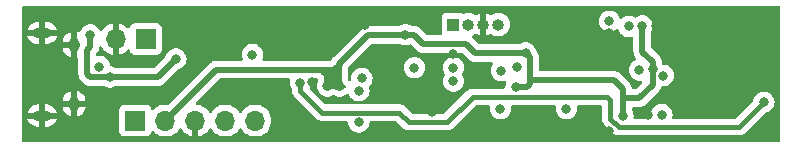
<source format=gbr>
%TF.GenerationSoftware,KiCad,Pcbnew,7.0.9*%
%TF.CreationDate,2023-12-22T19:30:16+01:00*%
%TF.ProjectId,Prj_4_Feranec_Controller,50726a5f-345f-4466-9572-616e65635f43,rev?*%
%TF.SameCoordinates,Original*%
%TF.FileFunction,Copper,L3,Inr*%
%TF.FilePolarity,Positive*%
%FSLAX46Y46*%
G04 Gerber Fmt 4.6, Leading zero omitted, Abs format (unit mm)*
G04 Created by KiCad (PCBNEW 7.0.9) date 2023-12-22 19:30:16*
%MOMM*%
%LPD*%
G01*
G04 APERTURE LIST*
%TA.AperFunction,ComponentPad*%
%ADD10O,1.550000X0.890000*%
%TD*%
%TA.AperFunction,ComponentPad*%
%ADD11O,0.950000X1.250000*%
%TD*%
%TA.AperFunction,ComponentPad*%
%ADD12R,1.000000X1.000000*%
%TD*%
%TA.AperFunction,ComponentPad*%
%ADD13O,1.000000X1.000000*%
%TD*%
%TA.AperFunction,ComponentPad*%
%ADD14R,1.700000X1.700000*%
%TD*%
%TA.AperFunction,ComponentPad*%
%ADD15O,1.700000X1.700000*%
%TD*%
%TA.AperFunction,ViaPad*%
%ADD16C,0.800000*%
%TD*%
%TA.AperFunction,Conductor*%
%ADD17C,0.500000*%
%TD*%
%TA.AperFunction,Conductor*%
%ADD18C,0.400000*%
%TD*%
%TA.AperFunction,Conductor*%
%ADD19C,0.250000*%
%TD*%
G04 APERTURE END LIST*
D10*
%TO.N,GND*%
%TO.C,USB1*%
X136000000Y-59000000D03*
D11*
X138700000Y-60000000D03*
X138700000Y-65000000D03*
D10*
X136000000Y-66000000D03*
%TD*%
D12*
%TO.N,/I2C1_SDA*%
%TO.C,H3*%
X170817000Y-58293000D03*
D13*
%TO.N,/I2C1_SCL*%
X172087000Y-58293000D03*
%TO.N,GND*%
X173357000Y-58293000D03*
%TO.N,/BUTTON*%
X174627000Y-58293000D03*
%TD*%
D14*
%TO.N,Net-(H2-Pin_1)*%
%TO.C,H2*%
X143891000Y-66421000D03*
D15*
%TO.N,+3.3V*%
X146431000Y-66421000D03*
%TO.N,GND*%
X148971000Y-66421000D03*
%TO.N,/ICSPDAT*%
X151511000Y-66421000D03*
%TO.N,/ICSPCLK*%
X154051000Y-66421000D03*
%TD*%
D14*
%TO.N,/+VBAT*%
%TO.C,H1*%
X144770000Y-59500000D03*
D15*
%TO.N,GND*%
X142230000Y-59500000D03*
%TD*%
D16*
%TO.N,GND*%
X168986200Y-65735200D03*
%TO.N,/I2C1_SCL*%
X176174400Y-61925200D03*
%TO.N,/I2C1_SDA*%
X174802800Y-65428000D03*
%TO.N,/+VIN*%
X197104000Y-64867000D03*
X157863731Y-63242840D03*
%TO.N,/I2C1_SDA*%
X180390800Y-65430400D03*
%TO.N,+3.3V*%
X187701785Y-62084501D03*
%TO.N,/LED_G*%
X188468000Y-65913000D03*
%TO.N,/LED_R*%
X184024423Y-58009671D03*
%TO.N,+3.3V*%
X185166000Y-66040000D03*
%TO.N,GND*%
X148209000Y-62230000D03*
%TO.N,/+5V_USB*%
X141732000Y-62738000D03*
%TO.N,Net-(USB1-D-)*%
X140843000Y-61849000D03*
X153797000Y-60833000D03*
%TO.N,/+5V_USB*%
X140081000Y-59182000D03*
%TO.N,/LED_R*%
X162814000Y-63881000D03*
%TO.N,/LED_G*%
X162814000Y-66548000D03*
%TO.N,/LED_B*%
X163068684Y-62859687D03*
X188595000Y-62611000D03*
%TO.N,GND*%
X187960000Y-58450000D03*
X187325000Y-65913000D03*
%TO.N,/INT*%
X186563000Y-62133000D03*
%TO.N,+3.3V*%
X186817000Y-58420000D03*
%TO.N,/I2C1_SCL*%
X185674000Y-58450000D03*
%TO.N,GND*%
X183976000Y-59008000D03*
%TO.N,+3.3V*%
X176123600Y-63614900D03*
X176936400Y-60706000D03*
%TO.N,GND*%
X184023000Y-67300500D03*
%TO.N,+3.3V*%
X166751000Y-59152000D03*
%TO.N,/INT*%
X174879000Y-62200000D03*
%TO.N,/ICSPCLK*%
X170815000Y-63089000D03*
%TO.N,/ICSPDAT*%
X170815000Y-61946000D03*
%TO.N,GND*%
X170815000Y-60803000D03*
%TO.N,Net-(H2-Pin_1)*%
X167513000Y-61946000D03*
%TO.N,GND*%
X163322000Y-58293000D03*
%TO.N,+3.3V*%
X161163000Y-63500000D03*
X160147000Y-63500000D03*
%TO.N,/+5V_USB*%
X147320000Y-61214000D03*
%TO.N,GND*%
X156845000Y-67183000D03*
X156845000Y-64516000D03*
X158877000Y-63119000D03*
X154813000Y-64516000D03*
X155194000Y-60833000D03*
%TD*%
D17*
%TO.N,+3.3V*%
X161112200Y-62230000D02*
X161163000Y-62179200D01*
X160147000Y-62230000D02*
X161112200Y-62230000D01*
X161163000Y-62179200D02*
X161163000Y-63246000D01*
X161163000Y-61595000D02*
X161163000Y-62179200D01*
X160147000Y-62230000D02*
X160147000Y-63500000D01*
D18*
%TO.N,/+VIN*%
X195001871Y-66969129D02*
X197104000Y-64867000D01*
X184823000Y-66969129D02*
X195001871Y-66969129D01*
X184109871Y-66256000D02*
X184823000Y-66969129D01*
X184109871Y-64668400D02*
X184109871Y-66256000D01*
X183855871Y-64414400D02*
X184109871Y-64668400D01*
X166255800Y-65748000D02*
X167055800Y-66548000D01*
X159728000Y-65748000D02*
X166255800Y-65748000D01*
X167055800Y-66548000D02*
X170307000Y-66548000D01*
X157861000Y-63881000D02*
X159728000Y-65748000D01*
X157863731Y-63242840D02*
X157861000Y-63245571D01*
X157861000Y-63245571D02*
X157861000Y-63881000D01*
X170307000Y-66548000D02*
X172440600Y-64414400D01*
X172440600Y-64414400D02*
X183855871Y-64414400D01*
D17*
%TO.N,+3.3V*%
X177292000Y-61061600D02*
X177292000Y-62005082D01*
X176936400Y-60706000D02*
X177292000Y-61061600D01*
X171916200Y-59953000D02*
X168284000Y-59953000D01*
X168284000Y-59953000D02*
X167483000Y-59152000D01*
X176936400Y-60706000D02*
X172669200Y-60706000D01*
X167483000Y-59152000D02*
X166751000Y-59152000D01*
X172669200Y-60706000D02*
X171916200Y-59953000D01*
X177292000Y-62992000D02*
X177292000Y-62005082D01*
X185166000Y-63754000D02*
X184404000Y-62992000D01*
X185166000Y-64516000D02*
X185166000Y-63754000D01*
X184404000Y-62992000D02*
X177292000Y-62992000D01*
X177292000Y-63347600D02*
X177292000Y-62005082D01*
X177024700Y-63614900D02*
X177292000Y-63347600D01*
X176123600Y-63614900D02*
X177024700Y-63614900D01*
X160020000Y-62103000D02*
X160147000Y-62230000D01*
X150749000Y-62103000D02*
X160020000Y-62103000D01*
X146431000Y-66421000D02*
X150749000Y-62103000D01*
X187706000Y-61468000D02*
X186817000Y-60579000D01*
X186817000Y-60579000D02*
X186817000Y-58420000D01*
X187706000Y-62080286D02*
X187706000Y-61468000D01*
X187701785Y-63377215D02*
X187701785Y-62084501D01*
X186563000Y-64516000D02*
X187701785Y-63377215D01*
X185166000Y-64516000D02*
X185166000Y-66040000D01*
X185166000Y-64516000D02*
X186563000Y-64516000D01*
%TO.N,/+5V_USB*%
X140081000Y-62738000D02*
X141732000Y-62738000D01*
X139827000Y-60422459D02*
X139827000Y-62484000D01*
X140081000Y-60168459D02*
X139827000Y-60422459D01*
X140081000Y-59182000D02*
X140081000Y-60168459D01*
X139827000Y-62484000D02*
X140081000Y-62738000D01*
D19*
%TO.N,+3.3V*%
X187701785Y-62084501D02*
X187706000Y-62080286D01*
D17*
X163606000Y-59152000D02*
X161163000Y-61595000D01*
X166751000Y-59152000D02*
X163606000Y-59152000D01*
D19*
X161163000Y-63246000D02*
X161163000Y-63500000D01*
D17*
%TO.N,/+5V_USB*%
X145796000Y-62738000D02*
X147320000Y-61214000D01*
X141732000Y-62738000D02*
X145796000Y-62738000D01*
%TD*%
%TA.AperFunction,Conductor*%
%TO.N,+3.3V*%
G36*
X161450021Y-61487685D02*
G01*
X161495776Y-61540489D01*
X161505720Y-61609647D01*
X161495776Y-61643511D01*
X161448165Y-61747763D01*
X161448159Y-61747779D01*
X161431777Y-61803576D01*
X161428484Y-61814786D01*
X161428476Y-61814809D01*
X161409615Y-61945998D01*
X161408000Y-61957229D01*
X161408000Y-62175637D01*
X161409409Y-62224105D01*
X161409355Y-62229061D01*
X161408000Y-62255670D01*
X161408000Y-62965684D01*
X161425224Y-63096509D01*
X161441838Y-63158512D01*
X161492333Y-63280417D01*
X161492337Y-63280426D01*
X161507229Y-63306220D01*
X161507231Y-63306223D01*
X161530882Y-63338452D01*
X161572577Y-63395270D01*
X161572580Y-63395273D01*
X161609000Y-63434957D01*
X161609003Y-63434960D01*
X161654217Y-63474517D01*
X161691711Y-63533474D01*
X161691378Y-63603343D01*
X161653324Y-63661941D01*
X161621939Y-63681590D01*
X161561354Y-63707885D01*
X161561348Y-63707888D01*
X161509781Y-63739666D01*
X161502340Y-63741698D01*
X161481114Y-63757120D01*
X161477200Y-63759743D01*
X161476411Y-63760228D01*
X161473636Y-63762552D01*
X161372127Y-63836304D01*
X161349675Y-63849267D01*
X161297640Y-63872434D01*
X161272990Y-63880444D01*
X161240942Y-63887256D01*
X161217262Y-63892290D01*
X161191482Y-63895000D01*
X161134518Y-63895000D01*
X161108736Y-63892290D01*
X161089987Y-63888304D01*
X161053012Y-63880445D01*
X161028358Y-63872434D01*
X160895656Y-63813349D01*
X160895657Y-63813350D01*
X160892541Y-63812205D01*
X160864025Y-63801723D01*
X160864017Y-63801720D01*
X160837722Y-63793999D01*
X160816234Y-63787690D01*
X160750504Y-63773063D01*
X160750500Y-63773062D01*
X160609414Y-63771722D01*
X160606630Y-63771696D01*
X160606629Y-63771696D01*
X160606628Y-63771696D01*
X160585179Y-63774572D01*
X160537380Y-63780982D01*
X160521547Y-63785468D01*
X160398958Y-63820201D01*
X160398954Y-63820202D01*
X160398953Y-63820203D01*
X160281637Y-63872436D01*
X160256988Y-63880445D01*
X160220012Y-63888304D01*
X160201263Y-63892290D01*
X160175482Y-63895000D01*
X160118516Y-63895000D01*
X160092736Y-63892290D01*
X160070984Y-63887666D01*
X160037010Y-63880445D01*
X160012356Y-63872434D01*
X159960325Y-63849268D01*
X159937878Y-63836308D01*
X159891777Y-63802815D01*
X159872514Y-63785472D01*
X159834397Y-63743139D01*
X159819162Y-63722169D01*
X159790676Y-63672829D01*
X159780136Y-63649155D01*
X159762530Y-63594972D01*
X159757141Y-63569617D01*
X159755438Y-63553418D01*
X159751186Y-63512956D01*
X159751186Y-63487036D01*
X159751505Y-63484000D01*
X159757141Y-63430372D01*
X159762528Y-63405031D01*
X159780136Y-63350838D01*
X159790673Y-63327172D01*
X159810836Y-63292251D01*
X159850758Y-63204836D01*
X159866109Y-63160483D01*
X159888767Y-63067083D01*
X159888766Y-62923203D01*
X159878822Y-62854045D01*
X159838287Y-62715996D01*
X159760499Y-62594957D01*
X159734477Y-62564926D01*
X159714750Y-62542159D01*
X159714746Y-62542156D01*
X159714744Y-62542153D01*
X159606010Y-62447933D01*
X159606007Y-62447931D01*
X159606004Y-62447929D01*
X159584486Y-62438102D01*
X159531683Y-62392346D01*
X159512000Y-62325309D01*
X159512000Y-61982000D01*
X159531685Y-61914961D01*
X159584489Y-61869206D01*
X159636000Y-61858000D01*
X160016436Y-61858000D01*
X160016439Y-61858000D01*
X160028789Y-61857640D01*
X160061004Y-61860931D01*
X160073014Y-61863778D01*
X160106257Y-61870641D01*
X160124876Y-61874485D01*
X160143280Y-61879796D01*
X160158718Y-61885578D01*
X160209781Y-61898683D01*
X160316734Y-61914205D01*
X160459810Y-61899013D01*
X160517277Y-61884426D01*
X160527537Y-61881822D01*
X160558107Y-61869206D01*
X160660538Y-61826934D01*
X160772687Y-61736800D01*
X160820364Y-61685725D01*
X160883770Y-61594659D01*
X160902566Y-61567663D01*
X160902568Y-61567659D01*
X160902574Y-61567651D01*
X160918295Y-61536348D01*
X160965973Y-61485274D01*
X161029105Y-61468000D01*
X161382982Y-61468000D01*
X161450021Y-61487685D01*
G37*
%TD.AperFunction*%
%TD*%
%TA.AperFunction,Conductor*%
%TO.N,GND*%
G36*
X166278702Y-59922185D02*
G01*
X166284548Y-59926182D01*
X166298265Y-59936148D01*
X166298270Y-59936151D01*
X166471192Y-60013142D01*
X166471197Y-60013144D01*
X166656354Y-60052500D01*
X166656355Y-60052500D01*
X166845644Y-60052500D01*
X166845646Y-60052500D01*
X167030803Y-60013144D01*
X167127296Y-59970181D01*
X167196544Y-59960896D01*
X167259821Y-59990524D01*
X167265412Y-59995780D01*
X167708270Y-60438638D01*
X167720051Y-60452270D01*
X167734388Y-60471528D01*
X167774409Y-60505111D01*
X167778397Y-60508766D01*
X167784216Y-60514585D01*
X167784220Y-60514588D01*
X167784223Y-60514591D01*
X167809959Y-60534940D01*
X167868786Y-60584302D01*
X167868787Y-60584302D01*
X167868789Y-60584304D01*
X167874818Y-60588270D01*
X167874785Y-60588319D01*
X167881147Y-60592372D01*
X167881179Y-60592321D01*
X167887319Y-60596108D01*
X167887323Y-60596111D01*
X167915101Y-60609064D01*
X167956941Y-60628575D01*
X168016175Y-60658323D01*
X168025567Y-60663040D01*
X168025569Y-60663040D01*
X168032357Y-60665511D01*
X168032336Y-60665567D01*
X168039457Y-60668043D01*
X168039476Y-60667986D01*
X168046322Y-60670254D01*
X168046327Y-60670257D01*
X168046332Y-60670258D01*
X168046335Y-60670259D01*
X168121565Y-60685792D01*
X168196279Y-60703500D01*
X168196282Y-60703500D01*
X168196286Y-60703501D01*
X168203453Y-60704339D01*
X168203446Y-60704398D01*
X168210944Y-60705164D01*
X168210950Y-60705105D01*
X168218139Y-60705734D01*
X168218143Y-60705733D01*
X168218144Y-60705734D01*
X168294917Y-60703500D01*
X171553970Y-60703500D01*
X171621009Y-60723185D01*
X171641651Y-60739819D01*
X172093470Y-61191638D01*
X172105251Y-61205270D01*
X172119588Y-61224528D01*
X172159609Y-61258111D01*
X172163597Y-61261766D01*
X172169416Y-61267585D01*
X172169420Y-61267588D01*
X172169423Y-61267591D01*
X172195159Y-61287940D01*
X172253986Y-61337302D01*
X172253987Y-61337302D01*
X172253989Y-61337304D01*
X172260018Y-61341270D01*
X172259985Y-61341319D01*
X172266347Y-61345372D01*
X172266379Y-61345321D01*
X172272519Y-61349108D01*
X172272523Y-61349111D01*
X172302310Y-61363001D01*
X172342141Y-61381575D01*
X172383321Y-61402256D01*
X172410767Y-61416040D01*
X172410769Y-61416040D01*
X172417557Y-61418511D01*
X172417536Y-61418567D01*
X172424657Y-61421043D01*
X172424676Y-61420986D01*
X172431522Y-61423254D01*
X172431527Y-61423257D01*
X172431532Y-61423258D01*
X172431535Y-61423259D01*
X172489538Y-61435235D01*
X172506765Y-61438792D01*
X172581479Y-61456500D01*
X172581482Y-61456500D01*
X172581486Y-61456501D01*
X172588653Y-61457339D01*
X172588646Y-61457398D01*
X172596144Y-61458164D01*
X172596150Y-61458105D01*
X172603339Y-61458734D01*
X172603343Y-61458733D01*
X172603344Y-61458734D01*
X172680117Y-61456500D01*
X174058200Y-61456500D01*
X174125239Y-61476185D01*
X174170994Y-61528989D01*
X174180938Y-61598147D01*
X174151913Y-61661703D01*
X174150348Y-61663474D01*
X174146466Y-61667785D01*
X174051821Y-61831715D01*
X174051818Y-61831722D01*
X173997615Y-61998543D01*
X173993326Y-62011744D01*
X173973540Y-62200000D01*
X173993326Y-62388256D01*
X173993327Y-62388259D01*
X174051818Y-62568277D01*
X174051821Y-62568284D01*
X174146467Y-62732216D01*
X174228315Y-62823117D01*
X174273129Y-62872888D01*
X174426265Y-62984148D01*
X174426270Y-62984151D01*
X174599192Y-63061142D01*
X174599197Y-63061144D01*
X174784354Y-63100500D01*
X174784355Y-63100500D01*
X174973644Y-63100500D01*
X174973646Y-63100500D01*
X175150782Y-63062849D01*
X175165160Y-63059793D01*
X175165809Y-63062849D01*
X175221937Y-63060924D01*
X175281976Y-63096659D01*
X175313164Y-63159182D01*
X175305599Y-63228641D01*
X175298498Y-63243018D01*
X175296422Y-63246614D01*
X175296418Y-63246622D01*
X175237927Y-63426640D01*
X175237926Y-63426644D01*
X175219405Y-63602863D01*
X175192822Y-63667476D01*
X175135524Y-63707461D01*
X175096085Y-63713900D01*
X172463648Y-63713900D01*
X172459903Y-63713787D01*
X172397996Y-63710042D01*
X172397990Y-63710042D01*
X172336986Y-63721221D01*
X172333285Y-63721784D01*
X172271728Y-63729259D01*
X172271727Y-63729260D01*
X172262253Y-63732853D01*
X172240642Y-63738877D01*
X172230668Y-63740705D01*
X172174113Y-63766157D01*
X172170655Y-63767589D01*
X172112677Y-63789579D01*
X172112674Y-63789580D01*
X172112670Y-63789582D01*
X172112667Y-63789583D01*
X172112661Y-63789587D01*
X172104323Y-63795342D01*
X172084788Y-63806360D01*
X172075548Y-63810519D01*
X172075539Y-63810524D01*
X172026724Y-63848768D01*
X172023709Y-63850986D01*
X171972668Y-63886218D01*
X171931542Y-63932640D01*
X171928975Y-63935366D01*
X170053162Y-65811181D01*
X169991839Y-65844666D01*
X169965481Y-65847500D01*
X167397319Y-65847500D01*
X167330280Y-65827815D01*
X167309638Y-65811181D01*
X167043172Y-65544715D01*
X166767398Y-65268941D01*
X166764864Y-65266250D01*
X166723729Y-65219817D01*
X166723728Y-65219816D01*
X166723724Y-65219812D01*
X166672696Y-65184591D01*
X166669687Y-65182377D01*
X166624656Y-65147098D01*
X166620860Y-65144124D01*
X166620855Y-65144120D01*
X166611613Y-65139961D01*
X166592066Y-65128936D01*
X166583731Y-65123183D01*
X166583732Y-65123183D01*
X166583730Y-65123182D01*
X166525741Y-65101189D01*
X166522290Y-65099759D01*
X166465730Y-65074304D01*
X166455746Y-65072474D01*
X166434143Y-65066451D01*
X166424674Y-65062860D01*
X166424670Y-65062859D01*
X166363113Y-65055384D01*
X166359412Y-65054821D01*
X166298408Y-65043642D01*
X166298403Y-65043642D01*
X166236497Y-65047387D01*
X166232752Y-65047500D01*
X160069519Y-65047500D01*
X160002480Y-65027815D01*
X159981838Y-65011181D01*
X158717552Y-63746895D01*
X158684067Y-63685572D01*
X158688948Y-63617319D01*
X158688902Y-63617305D01*
X158688962Y-63617119D01*
X158689051Y-63615880D01*
X158690581Y-63612136D01*
X158693595Y-63602861D01*
X158749405Y-63431096D01*
X158769191Y-63242840D01*
X158749405Y-63054584D01*
X158736808Y-63015817D01*
X158734814Y-62945977D01*
X158770894Y-62886144D01*
X158833595Y-62855316D01*
X158854740Y-62853500D01*
X159265674Y-62853500D01*
X159332713Y-62873185D01*
X159378468Y-62925989D01*
X159388412Y-62995147D01*
X159373061Y-63039500D01*
X159319821Y-63131714D01*
X159265275Y-63299590D01*
X159261326Y-63311744D01*
X159241540Y-63500000D01*
X159261326Y-63688256D01*
X159261327Y-63688259D01*
X159319818Y-63868277D01*
X159319821Y-63868284D01*
X159414467Y-64032216D01*
X159519800Y-64149200D01*
X159541129Y-64172888D01*
X159694265Y-64284148D01*
X159694270Y-64284151D01*
X159867192Y-64361142D01*
X159867197Y-64361144D01*
X160052354Y-64400500D01*
X160052355Y-64400500D01*
X160241644Y-64400500D01*
X160241646Y-64400500D01*
X160426803Y-64361144D01*
X160599730Y-64284151D01*
X160599734Y-64284148D01*
X160604563Y-64281998D01*
X160673813Y-64272712D01*
X160705437Y-64281998D01*
X160710265Y-64284148D01*
X160710270Y-64284151D01*
X160883197Y-64361144D01*
X161068354Y-64400500D01*
X161068355Y-64400500D01*
X161257644Y-64400500D01*
X161257646Y-64400500D01*
X161442803Y-64361144D01*
X161615730Y-64284151D01*
X161768871Y-64172888D01*
X161768875Y-64172883D01*
X161773700Y-64168540D01*
X161775011Y-64169996D01*
X161826546Y-64138238D01*
X161896403Y-64139560D01*
X161954456Y-64178439D01*
X161977155Y-64219536D01*
X161986819Y-64249280D01*
X161986821Y-64249284D01*
X162081467Y-64413216D01*
X162158451Y-64498715D01*
X162208129Y-64553888D01*
X162361265Y-64665148D01*
X162361270Y-64665151D01*
X162534192Y-64742142D01*
X162534197Y-64742144D01*
X162719354Y-64781500D01*
X162719355Y-64781500D01*
X162908644Y-64781500D01*
X162908646Y-64781500D01*
X163093803Y-64742144D01*
X163266730Y-64665151D01*
X163419871Y-64553888D01*
X163546533Y-64413216D01*
X163641179Y-64249284D01*
X163699674Y-64069256D01*
X163719460Y-63881000D01*
X163699674Y-63692744D01*
X163676892Y-63622632D01*
X163674897Y-63552794D01*
X163702672Y-63501347D01*
X163801217Y-63391903D01*
X163801218Y-63391900D01*
X163801220Y-63391899D01*
X163858982Y-63291851D01*
X163895863Y-63227971D01*
X163941018Y-63089000D01*
X169909540Y-63089000D01*
X169929326Y-63277256D01*
X169929327Y-63277259D01*
X169987818Y-63457277D01*
X169987821Y-63457284D01*
X170082467Y-63621216D01*
X170179750Y-63729259D01*
X170209129Y-63761888D01*
X170362265Y-63873148D01*
X170362270Y-63873151D01*
X170535192Y-63950142D01*
X170535197Y-63950144D01*
X170720354Y-63989500D01*
X170720355Y-63989500D01*
X170909644Y-63989500D01*
X170909646Y-63989500D01*
X171094803Y-63950144D01*
X171267730Y-63873151D01*
X171420871Y-63761888D01*
X171547533Y-63621216D01*
X171642179Y-63457284D01*
X171700674Y-63277256D01*
X171720460Y-63089000D01*
X171700674Y-62900744D01*
X171642179Y-62720716D01*
X171560647Y-62579499D01*
X171544175Y-62511600D01*
X171560648Y-62455500D01*
X171575758Y-62429328D01*
X171642179Y-62314284D01*
X171700674Y-62134256D01*
X171720460Y-61946000D01*
X171700674Y-61757744D01*
X171642179Y-61577716D01*
X171547533Y-61413784D01*
X171420871Y-61273112D01*
X171420870Y-61273111D01*
X171267734Y-61161851D01*
X171267729Y-61161848D01*
X171094807Y-61084857D01*
X171094802Y-61084855D01*
X170919789Y-61047656D01*
X170909646Y-61045500D01*
X170720354Y-61045500D01*
X170710211Y-61047656D01*
X170535197Y-61084855D01*
X170535192Y-61084857D01*
X170362270Y-61161848D01*
X170362265Y-61161851D01*
X170209129Y-61273111D01*
X170082466Y-61413785D01*
X169987821Y-61577715D01*
X169987818Y-61577722D01*
X169929327Y-61757740D01*
X169929326Y-61757744D01*
X169909540Y-61946000D01*
X169929326Y-62134256D01*
X169929327Y-62134259D01*
X169987818Y-62314277D01*
X169987820Y-62314281D01*
X169987821Y-62314284D01*
X170012327Y-62356729D01*
X170069352Y-62455501D01*
X170085824Y-62523401D01*
X170069352Y-62579499D01*
X169987820Y-62720718D01*
X169987818Y-62720722D01*
X169929327Y-62900740D01*
X169929326Y-62900744D01*
X169909540Y-63089000D01*
X163941018Y-63089000D01*
X163954358Y-63047943D01*
X163974144Y-62859687D01*
X163954358Y-62671431D01*
X163895863Y-62491403D01*
X163801217Y-62327471D01*
X163674555Y-62186799D01*
X163649070Y-62168283D01*
X163521418Y-62075538D01*
X163521413Y-62075535D01*
X163348491Y-61998544D01*
X163348486Y-61998542D01*
X163173614Y-61961373D01*
X163163330Y-61959187D01*
X162974038Y-61959187D01*
X162963754Y-61961373D01*
X162788881Y-61998542D01*
X162788876Y-61998544D01*
X162615954Y-62075535D01*
X162615949Y-62075538D01*
X162462813Y-62186798D01*
X162336150Y-62327472D01*
X162241505Y-62491402D01*
X162241502Y-62491409D01*
X162187291Y-62658255D01*
X162183010Y-62671431D01*
X162163224Y-62859687D01*
X162175712Y-62978511D01*
X162163143Y-63047239D01*
X162115411Y-63098263D01*
X162047671Y-63115381D01*
X161981430Y-63093159D01*
X161945005Y-63053470D01*
X161930113Y-63027676D01*
X161913500Y-62965677D01*
X161913500Y-62268544D01*
X161915164Y-62252255D01*
X161915105Y-62252250D01*
X161915734Y-62245060D01*
X161915630Y-62241500D01*
X161913500Y-62168283D01*
X161913500Y-62135491D01*
X161913500Y-61957230D01*
X161916798Y-61946000D01*
X166607540Y-61946000D01*
X166627326Y-62134256D01*
X166627327Y-62134259D01*
X166685818Y-62314277D01*
X166685820Y-62314281D01*
X166685821Y-62314284D01*
X166780467Y-62478216D01*
X166861559Y-62568277D01*
X166907129Y-62618888D01*
X167060265Y-62730148D01*
X167060270Y-62730151D01*
X167233192Y-62807142D01*
X167233197Y-62807144D01*
X167418354Y-62846500D01*
X167418355Y-62846500D01*
X167607644Y-62846500D01*
X167607646Y-62846500D01*
X167792803Y-62807144D01*
X167965730Y-62730151D01*
X168118871Y-62618888D01*
X168245533Y-62478216D01*
X168340179Y-62314284D01*
X168398674Y-62134256D01*
X168418460Y-61946000D01*
X168398674Y-61757744D01*
X168340179Y-61577716D01*
X168245533Y-61413784D01*
X168118871Y-61273112D01*
X168118870Y-61273111D01*
X167965734Y-61161851D01*
X167965729Y-61161848D01*
X167792807Y-61084857D01*
X167792802Y-61084855D01*
X167617789Y-61047656D01*
X167607646Y-61045500D01*
X167418354Y-61045500D01*
X167408211Y-61047656D01*
X167233197Y-61084855D01*
X167233192Y-61084857D01*
X167060270Y-61161848D01*
X167060265Y-61161851D01*
X166907129Y-61273111D01*
X166780466Y-61413785D01*
X166685821Y-61577715D01*
X166685818Y-61577722D01*
X166627327Y-61757740D01*
X166627326Y-61757744D01*
X166607540Y-61946000D01*
X161916798Y-61946000D01*
X161933185Y-61890191D01*
X161949819Y-61869549D01*
X163880549Y-59938819D01*
X163941872Y-59905334D01*
X163968230Y-59902500D01*
X166211663Y-59902500D01*
X166278702Y-59922185D01*
G37*
%TD.AperFunction*%
%TA.AperFunction,Conductor*%
G36*
X198436539Y-56757185D02*
G01*
X198482294Y-56809989D01*
X198493500Y-56861500D01*
X198493500Y-68155500D01*
X198473815Y-68222539D01*
X198421011Y-68268294D01*
X198369500Y-68279500D01*
X134424500Y-68279500D01*
X134357461Y-68259815D01*
X134311706Y-68207011D01*
X134300500Y-68155500D01*
X134300500Y-67318870D01*
X142540500Y-67318870D01*
X142540501Y-67318876D01*
X142546908Y-67378483D01*
X142597202Y-67513328D01*
X142597206Y-67513335D01*
X142683452Y-67628544D01*
X142683455Y-67628547D01*
X142798664Y-67714793D01*
X142798671Y-67714797D01*
X142933517Y-67765091D01*
X142933516Y-67765091D01*
X142940444Y-67765835D01*
X142993127Y-67771500D01*
X144788872Y-67771499D01*
X144848483Y-67765091D01*
X144983331Y-67714796D01*
X145098546Y-67628546D01*
X145184796Y-67513331D01*
X145233810Y-67381916D01*
X145275681Y-67325984D01*
X145341145Y-67301566D01*
X145409418Y-67316417D01*
X145437673Y-67337569D01*
X145559599Y-67459495D01*
X145656384Y-67527265D01*
X145753165Y-67595032D01*
X145753167Y-67595033D01*
X145753170Y-67595035D01*
X145967337Y-67694903D01*
X146195592Y-67756063D01*
X146372034Y-67771500D01*
X146430999Y-67776659D01*
X146431000Y-67776659D01*
X146431001Y-67776659D01*
X146489966Y-67771500D01*
X146666408Y-67756063D01*
X146894663Y-67694903D01*
X147108830Y-67595035D01*
X147302401Y-67459495D01*
X147469495Y-67292401D01*
X147599730Y-67106405D01*
X147654307Y-67062781D01*
X147723805Y-67055587D01*
X147786160Y-67087110D01*
X147802879Y-67106405D01*
X147932890Y-67292078D01*
X148099917Y-67459105D01*
X148293421Y-67594600D01*
X148507507Y-67694429D01*
X148507516Y-67694433D01*
X148721000Y-67751634D01*
X148721000Y-66856501D01*
X148828685Y-66905680D01*
X148935237Y-66921000D01*
X149006763Y-66921000D01*
X149113315Y-66905680D01*
X149221000Y-66856501D01*
X149221000Y-67751633D01*
X149434483Y-67694433D01*
X149434492Y-67694429D01*
X149648578Y-67594600D01*
X149842082Y-67459105D01*
X150009105Y-67292082D01*
X150139119Y-67106405D01*
X150193696Y-67062781D01*
X150263195Y-67055588D01*
X150325549Y-67087110D01*
X150342269Y-67106405D01*
X150472505Y-67292401D01*
X150639599Y-67459495D01*
X150736384Y-67527265D01*
X150833165Y-67595032D01*
X150833167Y-67595033D01*
X150833170Y-67595035D01*
X151047337Y-67694903D01*
X151275592Y-67756063D01*
X151452034Y-67771500D01*
X151510999Y-67776659D01*
X151511000Y-67776659D01*
X151511001Y-67776659D01*
X151569966Y-67771500D01*
X151746408Y-67756063D01*
X151974663Y-67694903D01*
X152188830Y-67595035D01*
X152382401Y-67459495D01*
X152549495Y-67292401D01*
X152679425Y-67106842D01*
X152734002Y-67063217D01*
X152803500Y-67056023D01*
X152865855Y-67087546D01*
X152882575Y-67106842D01*
X153012500Y-67292395D01*
X153012505Y-67292401D01*
X153179599Y-67459495D01*
X153276384Y-67527265D01*
X153373165Y-67595032D01*
X153373167Y-67595033D01*
X153373170Y-67595035D01*
X153587337Y-67694903D01*
X153815592Y-67756063D01*
X153992034Y-67771500D01*
X154050999Y-67776659D01*
X154051000Y-67776659D01*
X154051001Y-67776659D01*
X154109966Y-67771500D01*
X154286408Y-67756063D01*
X154514663Y-67694903D01*
X154728830Y-67595035D01*
X154922401Y-67459495D01*
X155089495Y-67292401D01*
X155225035Y-67098830D01*
X155324903Y-66884663D01*
X155386063Y-66656408D01*
X155406659Y-66421000D01*
X155386063Y-66185592D01*
X155331429Y-65981693D01*
X155324905Y-65957344D01*
X155324904Y-65957343D01*
X155324903Y-65957337D01*
X155225035Y-65743171D01*
X155219731Y-65735595D01*
X155089494Y-65549597D01*
X154922402Y-65382506D01*
X154922395Y-65382501D01*
X154919944Y-65380785D01*
X154845518Y-65328671D01*
X154728834Y-65246967D01*
X154728830Y-65246965D01*
X154714132Y-65240111D01*
X154514663Y-65147097D01*
X154514659Y-65147096D01*
X154514655Y-65147094D01*
X154286413Y-65085938D01*
X154286403Y-65085936D01*
X154051001Y-65065341D01*
X154050999Y-65065341D01*
X153815596Y-65085936D01*
X153815586Y-65085938D01*
X153587344Y-65147094D01*
X153587335Y-65147098D01*
X153373171Y-65246964D01*
X153373169Y-65246965D01*
X153179597Y-65382505D01*
X153012505Y-65549597D01*
X152882575Y-65735158D01*
X152827998Y-65778783D01*
X152758500Y-65785977D01*
X152696145Y-65754454D01*
X152679425Y-65735158D01*
X152549494Y-65549597D01*
X152382402Y-65382506D01*
X152382395Y-65382501D01*
X152379944Y-65380785D01*
X152305518Y-65328671D01*
X152188834Y-65246967D01*
X152188830Y-65246965D01*
X152174132Y-65240111D01*
X151974663Y-65147097D01*
X151974659Y-65147096D01*
X151974655Y-65147094D01*
X151746413Y-65085938D01*
X151746403Y-65085936D01*
X151511001Y-65065341D01*
X151510999Y-65065341D01*
X151275596Y-65085936D01*
X151275586Y-65085938D01*
X151047344Y-65147094D01*
X151047335Y-65147098D01*
X150833171Y-65246964D01*
X150833169Y-65246965D01*
X150639597Y-65382505D01*
X150472508Y-65549594D01*
X150342269Y-65735595D01*
X150287692Y-65779219D01*
X150218193Y-65786412D01*
X150155839Y-65754890D01*
X150139119Y-65735594D01*
X150009113Y-65549926D01*
X150009108Y-65549920D01*
X149842082Y-65382894D01*
X149648578Y-65247399D01*
X149434492Y-65147570D01*
X149434483Y-65147566D01*
X149206326Y-65086432D01*
X149206316Y-65086430D01*
X149122362Y-65079085D01*
X149057293Y-65053632D01*
X149016315Y-64997041D01*
X149012437Y-64927279D01*
X149045486Y-64867880D01*
X151023548Y-62889819D01*
X151084871Y-62856334D01*
X151111229Y-62853500D01*
X156872722Y-62853500D01*
X156939761Y-62873185D01*
X156985516Y-62925989D01*
X156995460Y-62995147D01*
X156990653Y-63015818D01*
X156980444Y-63047239D01*
X156978057Y-63054584D01*
X156958271Y-63242840D01*
X156978057Y-63431096D01*
X156978058Y-63431099D01*
X157036549Y-63611117D01*
X157036552Y-63611124D01*
X157131197Y-63775055D01*
X157135016Y-63780311D01*
X157133172Y-63781650D01*
X157158879Y-63835214D01*
X157160500Y-63855198D01*
X157160500Y-63857951D01*
X157160387Y-63861696D01*
X157157612Y-63907577D01*
X157156642Y-63923606D01*
X157158553Y-63934034D01*
X157167821Y-63984612D01*
X157168384Y-63988313D01*
X157175859Y-64049870D01*
X157175860Y-64049874D01*
X157179451Y-64059343D01*
X157185474Y-64080946D01*
X157187304Y-64090930D01*
X157212759Y-64147490D01*
X157214189Y-64150941D01*
X157236182Y-64208930D01*
X157236183Y-64208931D01*
X157241936Y-64217266D01*
X157252961Y-64236813D01*
X157257120Y-64246055D01*
X157257124Y-64246060D01*
X157295371Y-64294878D01*
X157297591Y-64297896D01*
X157332812Y-64348924D01*
X157332816Y-64348928D01*
X157332817Y-64348929D01*
X157379250Y-64390064D01*
X157381941Y-64392598D01*
X159216399Y-66227056D01*
X159218935Y-66229750D01*
X159260071Y-66276183D01*
X159311130Y-66311427D01*
X159314112Y-66313621D01*
X159362944Y-66351878D01*
X159362947Y-66351880D01*
X159362946Y-66351880D01*
X159372177Y-66356034D01*
X159391731Y-66367062D01*
X159400066Y-66372816D01*
X159400068Y-66372816D01*
X159400070Y-66372818D01*
X159458079Y-66394817D01*
X159461476Y-66396224D01*
X159508770Y-66417509D01*
X159518064Y-66421693D01*
X159518065Y-66421693D01*
X159518069Y-66421695D01*
X159528034Y-66423521D01*
X159549656Y-66429548D01*
X159552777Y-66430731D01*
X159559128Y-66433140D01*
X159604251Y-66438618D01*
X159620674Y-66440613D01*
X159624371Y-66441175D01*
X159685394Y-66452358D01*
X159740752Y-66449009D01*
X159747303Y-66448613D01*
X159751048Y-66448500D01*
X161786432Y-66448500D01*
X161853471Y-66468185D01*
X161899226Y-66520989D01*
X161909752Y-66559535D01*
X161928326Y-66736256D01*
X161928327Y-66736259D01*
X161986818Y-66916277D01*
X161986821Y-66916284D01*
X162081467Y-67080216D01*
X162185244Y-67195472D01*
X162208129Y-67220888D01*
X162361265Y-67332148D01*
X162361270Y-67332151D01*
X162534192Y-67409142D01*
X162534197Y-67409144D01*
X162719354Y-67448500D01*
X162719355Y-67448500D01*
X162908644Y-67448500D01*
X162908646Y-67448500D01*
X163093803Y-67409144D01*
X163266730Y-67332151D01*
X163419871Y-67220888D01*
X163546533Y-67080216D01*
X163641179Y-66916284D01*
X163699674Y-66736256D01*
X163718247Y-66559536D01*
X163744832Y-66494924D01*
X163802129Y-66454939D01*
X163841568Y-66448500D01*
X165914281Y-66448500D01*
X165981320Y-66468185D01*
X166001962Y-66484819D01*
X166544199Y-67027056D01*
X166546735Y-67029750D01*
X166587871Y-67076183D01*
X166638930Y-67111427D01*
X166641912Y-67113621D01*
X166690743Y-67151877D01*
X166690747Y-67151880D01*
X166690746Y-67151880D01*
X166699977Y-67156034D01*
X166719531Y-67167062D01*
X166727866Y-67172816D01*
X166727868Y-67172816D01*
X166727870Y-67172818D01*
X166785879Y-67194817D01*
X166789276Y-67196224D01*
X166836570Y-67217509D01*
X166845864Y-67221693D01*
X166845865Y-67221693D01*
X166845869Y-67221695D01*
X166855834Y-67223521D01*
X166877456Y-67229548D01*
X166877467Y-67229552D01*
X166886928Y-67233140D01*
X166932051Y-67238618D01*
X166948474Y-67240613D01*
X166952171Y-67241175D01*
X167013194Y-67252358D01*
X167068552Y-67249009D01*
X167075103Y-67248613D01*
X167078848Y-67248500D01*
X170283952Y-67248500D01*
X170287697Y-67248613D01*
X170295042Y-67249057D01*
X170349606Y-67252358D01*
X170387314Y-67245447D01*
X170410621Y-67241177D01*
X170414325Y-67240613D01*
X170432170Y-67238446D01*
X170475872Y-67233140D01*
X170485335Y-67229550D01*
X170506961Y-67223522D01*
X170507893Y-67223351D01*
X170516932Y-67221695D01*
X170573512Y-67196229D01*
X170576942Y-67194809D01*
X170634930Y-67172818D01*
X170643266Y-67167062D01*
X170662821Y-67156034D01*
X170672057Y-67151878D01*
X170720896Y-67113613D01*
X170723876Y-67111421D01*
X170774929Y-67076183D01*
X170816065Y-67029748D01*
X170818599Y-67027056D01*
X172694438Y-65151219D01*
X172755761Y-65117734D01*
X172782119Y-65114900D01*
X173792532Y-65114900D01*
X173859571Y-65134585D01*
X173905326Y-65187389D01*
X173915852Y-65251859D01*
X173897340Y-65428000D01*
X173917126Y-65616256D01*
X173917127Y-65616259D01*
X173975618Y-65796277D01*
X173975621Y-65796284D01*
X174070267Y-65960216D01*
X174142104Y-66039999D01*
X174196929Y-66100888D01*
X174350065Y-66212148D01*
X174350070Y-66212151D01*
X174522992Y-66289142D01*
X174522997Y-66289144D01*
X174708154Y-66328500D01*
X174708155Y-66328500D01*
X174897444Y-66328500D01*
X174897446Y-66328500D01*
X175082603Y-66289144D01*
X175255530Y-66212151D01*
X175408671Y-66100888D01*
X175535333Y-65960216D01*
X175629979Y-65796284D01*
X175688474Y-65616256D01*
X175708260Y-65428000D01*
X175689747Y-65251859D01*
X175702317Y-65183132D01*
X175750049Y-65132108D01*
X175813068Y-65114900D01*
X179380784Y-65114900D01*
X179447823Y-65134585D01*
X179493578Y-65187389D01*
X179504104Y-65251859D01*
X179485340Y-65430400D01*
X179505126Y-65618656D01*
X179505127Y-65618659D01*
X179563618Y-65798677D01*
X179563621Y-65798684D01*
X179658267Y-65962616D01*
X179727944Y-66040000D01*
X179784929Y-66103288D01*
X179938065Y-66214548D01*
X179938070Y-66214551D01*
X180110992Y-66291542D01*
X180110997Y-66291544D01*
X180296154Y-66330900D01*
X180296155Y-66330900D01*
X180485444Y-66330900D01*
X180485446Y-66330900D01*
X180670603Y-66291544D01*
X180843530Y-66214551D01*
X180996671Y-66103288D01*
X181123333Y-65962616D01*
X181217979Y-65798684D01*
X181276474Y-65618656D01*
X181296260Y-65430400D01*
X181277495Y-65251860D01*
X181290065Y-65183131D01*
X181337797Y-65132108D01*
X181400816Y-65114900D01*
X183285371Y-65114900D01*
X183352410Y-65134585D01*
X183398165Y-65187389D01*
X183409371Y-65238900D01*
X183409371Y-66232951D01*
X183409258Y-66236696D01*
X183406086Y-66289142D01*
X183405513Y-66298606D01*
X183408055Y-66312479D01*
X183416692Y-66359612D01*
X183417255Y-66363313D01*
X183424730Y-66424870D01*
X183424731Y-66424874D01*
X183428322Y-66434343D01*
X183434345Y-66455946D01*
X183436175Y-66465930D01*
X183461630Y-66522490D01*
X183463060Y-66525941D01*
X183485053Y-66583930D01*
X183485054Y-66583931D01*
X183490807Y-66592266D01*
X183501832Y-66611813D01*
X183505991Y-66621055D01*
X183505995Y-66621060D01*
X183522797Y-66642506D01*
X183533692Y-66656413D01*
X183544242Y-66669878D01*
X183546462Y-66672896D01*
X183581683Y-66723924D01*
X183581687Y-66723928D01*
X183581688Y-66723929D01*
X183628121Y-66765064D01*
X183630812Y-66767598D01*
X184311399Y-67448185D01*
X184313935Y-67450879D01*
X184355071Y-67497312D01*
X184406130Y-67532556D01*
X184409112Y-67534750D01*
X184457943Y-67573006D01*
X184457947Y-67573009D01*
X184457946Y-67573009D01*
X184467177Y-67577163D01*
X184486731Y-67588191D01*
X184495066Y-67593945D01*
X184495068Y-67593945D01*
X184495070Y-67593947D01*
X184553079Y-67615946D01*
X184556476Y-67617353D01*
X184603770Y-67638638D01*
X184613064Y-67642822D01*
X184613065Y-67642822D01*
X184613069Y-67642824D01*
X184623034Y-67644650D01*
X184644656Y-67650677D01*
X184644667Y-67650681D01*
X184654128Y-67654269D01*
X184699251Y-67659747D01*
X184715674Y-67661742D01*
X184719371Y-67662304D01*
X184780394Y-67673487D01*
X184835752Y-67670138D01*
X184842303Y-67669742D01*
X184846048Y-67669629D01*
X194978823Y-67669629D01*
X194982568Y-67669742D01*
X194989913Y-67670186D01*
X195044477Y-67673487D01*
X195082185Y-67666576D01*
X195105492Y-67662306D01*
X195109196Y-67661742D01*
X195127041Y-67659575D01*
X195170743Y-67654269D01*
X195180206Y-67650679D01*
X195201832Y-67644651D01*
X195202764Y-67644480D01*
X195211803Y-67642824D01*
X195268383Y-67617358D01*
X195271813Y-67615938D01*
X195329801Y-67593947D01*
X195338137Y-67588191D01*
X195357692Y-67577163D01*
X195366928Y-67573007D01*
X195415767Y-67534742D01*
X195418747Y-67532550D01*
X195469800Y-67497312D01*
X195510936Y-67450877D01*
X195513470Y-67448185D01*
X197166975Y-65794681D01*
X197228296Y-65761198D01*
X197228362Y-65761183D01*
X197383803Y-65728144D01*
X197383807Y-65728142D01*
X197383808Y-65728142D01*
X197442058Y-65702206D01*
X197556730Y-65651151D01*
X197709871Y-65539888D01*
X197836533Y-65399216D01*
X197931179Y-65235284D01*
X197989674Y-65055256D01*
X198009460Y-64867000D01*
X197989674Y-64678744D01*
X197931179Y-64498716D01*
X197836533Y-64334784D01*
X197709871Y-64194112D01*
X197680659Y-64172888D01*
X197556734Y-64082851D01*
X197556729Y-64082848D01*
X197383807Y-64005857D01*
X197383802Y-64005855D01*
X197215705Y-63970126D01*
X197198646Y-63966500D01*
X197009354Y-63966500D01*
X196992295Y-63970126D01*
X196824197Y-64005855D01*
X196824192Y-64005857D01*
X196651270Y-64082848D01*
X196651265Y-64082851D01*
X196498129Y-64194111D01*
X196371466Y-64334785D01*
X196276821Y-64498715D01*
X196276818Y-64498722D01*
X196218327Y-64678739D01*
X196218325Y-64678750D01*
X196213134Y-64728129D01*
X196186549Y-64792743D01*
X196177495Y-64802846D01*
X194748033Y-66232310D01*
X194686710Y-66265795D01*
X194660352Y-66268629D01*
X189469963Y-66268629D01*
X189402924Y-66248944D01*
X189357169Y-66196140D01*
X189347225Y-66126982D01*
X189352031Y-66106315D01*
X189353672Y-66101262D01*
X189353672Y-66101261D01*
X189353674Y-66101256D01*
X189373460Y-65913000D01*
X189353674Y-65724744D01*
X189295179Y-65544716D01*
X189200533Y-65380784D01*
X189073871Y-65240112D01*
X189073870Y-65240111D01*
X188920734Y-65128851D01*
X188920729Y-65128848D01*
X188747807Y-65051857D01*
X188747802Y-65051855D01*
X188602001Y-65020865D01*
X188562646Y-65012500D01*
X188373354Y-65012500D01*
X188340897Y-65019398D01*
X188188197Y-65051855D01*
X188188192Y-65051857D01*
X188015270Y-65128848D01*
X188015265Y-65128851D01*
X187862129Y-65240111D01*
X187735466Y-65380785D01*
X187640821Y-65544715D01*
X187640818Y-65544722D01*
X187582327Y-65724740D01*
X187582326Y-65724744D01*
X187562540Y-65913000D01*
X187582287Y-66100888D01*
X187582327Y-66101261D01*
X187582327Y-66101262D01*
X187583969Y-66106315D01*
X187585962Y-66176157D01*
X187549879Y-66235988D01*
X187487177Y-66266814D01*
X187466037Y-66268629D01*
X186185146Y-66268629D01*
X186118107Y-66248944D01*
X186072352Y-66196140D01*
X186061825Y-66131669D01*
X186071460Y-66040000D01*
X186051674Y-65851744D01*
X185993179Y-65671716D01*
X185993178Y-65671714D01*
X185933113Y-65567677D01*
X185916500Y-65505677D01*
X185916500Y-65390500D01*
X185936185Y-65323461D01*
X185988989Y-65277706D01*
X186040500Y-65266500D01*
X186499295Y-65266500D01*
X186517265Y-65267809D01*
X186541023Y-65271289D01*
X186593068Y-65266735D01*
X186598470Y-65266500D01*
X186606704Y-65266500D01*
X186606709Y-65266500D01*
X186618327Y-65265141D01*
X186639276Y-65262693D01*
X186652028Y-65261577D01*
X186715797Y-65255999D01*
X186715805Y-65255996D01*
X186722866Y-65254539D01*
X186722878Y-65254598D01*
X186730243Y-65252965D01*
X186730229Y-65252906D01*
X186737246Y-65251241D01*
X186737255Y-65251241D01*
X186809423Y-65224974D01*
X186882334Y-65200814D01*
X186882343Y-65200807D01*
X186888882Y-65197760D01*
X186888908Y-65197816D01*
X186895690Y-65194532D01*
X186895663Y-65194478D01*
X186902106Y-65191240D01*
X186902117Y-65191237D01*
X186966283Y-65149034D01*
X187031656Y-65108712D01*
X187031662Y-65108705D01*
X187037325Y-65104229D01*
X187037362Y-65104277D01*
X187043204Y-65099518D01*
X187043164Y-65099471D01*
X187048686Y-65094836D01*
X187048696Y-65094830D01*
X187086032Y-65055256D01*
X187101386Y-65038982D01*
X187913825Y-64226542D01*
X188187427Y-63952939D01*
X188201042Y-63941173D01*
X188220315Y-63926825D01*
X188253908Y-63886789D01*
X188257542Y-63882823D01*
X188263375Y-63876992D01*
X188283712Y-63851270D01*
X188285812Y-63848768D01*
X188297185Y-63835214D01*
X188333087Y-63792429D01*
X188333089Y-63792424D01*
X188337057Y-63786394D01*
X188337108Y-63786427D01*
X188341154Y-63780075D01*
X188341102Y-63780043D01*
X188344894Y-63773894D01*
X188344896Y-63773892D01*
X188377354Y-63704284D01*
X188411825Y-63635648D01*
X188411828Y-63635632D01*
X188414295Y-63628859D01*
X188414353Y-63628880D01*
X188416828Y-63621761D01*
X188416770Y-63621742D01*
X188419039Y-63614893D01*
X188419039Y-63614891D01*
X188419041Y-63614888D01*
X188419962Y-63610426D01*
X188452796Y-63548753D01*
X188513761Y-63514620D01*
X188541401Y-63511500D01*
X188689644Y-63511500D01*
X188689646Y-63511500D01*
X188874803Y-63472144D01*
X189047730Y-63395151D01*
X189200871Y-63283888D01*
X189327533Y-63143216D01*
X189422179Y-62979284D01*
X189480674Y-62799256D01*
X189500460Y-62611000D01*
X189480674Y-62422744D01*
X189422179Y-62242716D01*
X189327533Y-62078784D01*
X189200871Y-61938112D01*
X189156491Y-61905868D01*
X189047734Y-61826851D01*
X189047729Y-61826848D01*
X188874807Y-61749857D01*
X188874802Y-61749855D01*
X188729001Y-61718865D01*
X188689646Y-61710500D01*
X188689645Y-61710500D01*
X188597255Y-61710500D01*
X188530216Y-61690815D01*
X188489867Y-61648499D01*
X188473112Y-61619478D01*
X188456500Y-61557479D01*
X188456500Y-61531705D01*
X188457809Y-61513735D01*
X188458314Y-61510285D01*
X188461289Y-61489977D01*
X188460479Y-61480722D01*
X188456736Y-61437934D01*
X188456500Y-61432528D01*
X188456500Y-61424297D01*
X188456500Y-61424291D01*
X188452693Y-61391724D01*
X188448943Y-61348851D01*
X188445999Y-61315201D01*
X188444539Y-61308129D01*
X188444597Y-61308116D01*
X188442965Y-61300757D01*
X188442906Y-61300772D01*
X188441242Y-61293753D01*
X188441241Y-61293745D01*
X188414974Y-61221576D01*
X188390814Y-61148666D01*
X188390809Y-61148659D01*
X188387760Y-61142118D01*
X188387815Y-61142091D01*
X188384533Y-61135313D01*
X188384480Y-61135340D01*
X188381235Y-61128880D01*
X188367064Y-61107335D01*
X188339028Y-61064708D01*
X188298712Y-60999345D01*
X188298711Y-60999344D01*
X188298710Y-60999342D01*
X188294234Y-60993682D01*
X188294281Y-60993644D01*
X188289519Y-60987799D01*
X188289474Y-60987838D01*
X188284834Y-60982309D01*
X188284832Y-60982307D01*
X188284830Y-60982304D01*
X188248112Y-60947662D01*
X188228965Y-60929597D01*
X187603819Y-60304451D01*
X187570334Y-60243128D01*
X187567500Y-60216770D01*
X187567500Y-58954321D01*
X187584113Y-58892321D01*
X187644179Y-58788284D01*
X187702674Y-58608256D01*
X187722460Y-58420000D01*
X187702674Y-58231744D01*
X187644179Y-58051716D01*
X187549533Y-57887784D01*
X187422871Y-57747112D01*
X187409146Y-57737140D01*
X187269734Y-57635851D01*
X187269729Y-57635848D01*
X187096807Y-57558857D01*
X187096802Y-57558855D01*
X186951001Y-57527865D01*
X186911646Y-57519500D01*
X186722354Y-57519500D01*
X186689897Y-57526398D01*
X186537197Y-57558855D01*
X186537192Y-57558857D01*
X186364270Y-57635848D01*
X186364266Y-57635850D01*
X186297738Y-57684186D01*
X186231932Y-57707665D01*
X186163878Y-57691839D01*
X186151970Y-57684186D01*
X186126733Y-57665851D01*
X186126729Y-57665848D01*
X185953807Y-57588857D01*
X185953802Y-57588855D01*
X185808001Y-57557865D01*
X185768646Y-57549500D01*
X185579354Y-57549500D01*
X185546897Y-57556398D01*
X185394197Y-57588855D01*
X185394192Y-57588857D01*
X185221270Y-57665848D01*
X185221265Y-57665851D01*
X185066708Y-57778143D01*
X185000901Y-57801623D01*
X184932848Y-57785797D01*
X184884153Y-57735691D01*
X184875892Y-57716143D01*
X184851604Y-57641392D01*
X184851601Y-57641386D01*
X184756956Y-57477455D01*
X184630294Y-57336783D01*
X184630293Y-57336782D01*
X184477157Y-57225522D01*
X184477152Y-57225519D01*
X184304230Y-57148528D01*
X184304225Y-57148526D01*
X184158424Y-57117536D01*
X184119069Y-57109171D01*
X183929777Y-57109171D01*
X183897320Y-57116069D01*
X183744620Y-57148526D01*
X183744615Y-57148528D01*
X183571693Y-57225519D01*
X183571688Y-57225522D01*
X183418552Y-57336782D01*
X183291889Y-57477456D01*
X183197244Y-57641386D01*
X183197241Y-57641393D01*
X183138750Y-57821411D01*
X183138749Y-57821415D01*
X183118963Y-58009671D01*
X183138749Y-58197927D01*
X183138750Y-58197930D01*
X183197241Y-58377948D01*
X183197244Y-58377955D01*
X183291890Y-58541887D01*
X183389040Y-58649783D01*
X183418552Y-58682559D01*
X183571688Y-58793819D01*
X183571693Y-58793822D01*
X183744615Y-58870813D01*
X183744620Y-58870815D01*
X183929777Y-58910171D01*
X183929778Y-58910171D01*
X184119067Y-58910171D01*
X184119069Y-58910171D01*
X184304226Y-58870815D01*
X184477153Y-58793822D01*
X184630294Y-58682559D01*
X184630296Y-58682556D01*
X184631713Y-58681527D01*
X184697520Y-58658047D01*
X184765574Y-58673872D01*
X184814269Y-58723978D01*
X184822530Y-58743526D01*
X184846819Y-58818280D01*
X184846821Y-58818284D01*
X184941467Y-58982216D01*
X185025054Y-59075048D01*
X185068129Y-59122888D01*
X185221265Y-59234148D01*
X185221270Y-59234151D01*
X185394192Y-59311142D01*
X185394197Y-59311144D01*
X185579354Y-59350500D01*
X185579355Y-59350500D01*
X185768644Y-59350500D01*
X185768646Y-59350500D01*
X185916720Y-59319026D01*
X185986386Y-59324342D01*
X186042120Y-59366479D01*
X186066225Y-59432059D01*
X186066500Y-59440316D01*
X186066500Y-60515294D01*
X186065191Y-60533263D01*
X186061710Y-60557025D01*
X186066264Y-60609064D01*
X186066500Y-60614470D01*
X186066500Y-60622709D01*
X186070306Y-60655274D01*
X186077000Y-60731791D01*
X186078461Y-60738867D01*
X186078403Y-60738878D01*
X186080034Y-60746237D01*
X186080092Y-60746224D01*
X186081757Y-60753250D01*
X186108025Y-60825424D01*
X186132185Y-60898331D01*
X186135236Y-60904874D01*
X186135182Y-60904898D01*
X186138470Y-60911688D01*
X186138521Y-60911663D01*
X186141761Y-60918113D01*
X186141762Y-60918114D01*
X186141763Y-60918117D01*
X186161195Y-60947662D01*
X186183965Y-60982283D01*
X186224287Y-61047655D01*
X186228766Y-61053319D01*
X186228719Y-61053356D01*
X186233482Y-61059202D01*
X186233528Y-61059164D01*
X186238169Y-61064695D01*
X186238170Y-61064696D01*
X186262317Y-61087478D01*
X186266372Y-61091303D01*
X186301626Y-61151627D01*
X186298671Y-61221434D01*
X186258444Y-61278562D01*
X186231715Y-61294777D01*
X186110267Y-61348850D01*
X186110265Y-61348851D01*
X185957129Y-61460111D01*
X185830466Y-61600785D01*
X185735821Y-61764715D01*
X185735818Y-61764722D01*
X185679481Y-61938111D01*
X185677326Y-61944744D01*
X185657540Y-62133000D01*
X185677326Y-62321256D01*
X185677327Y-62321259D01*
X185735818Y-62501277D01*
X185735821Y-62501284D01*
X185830467Y-62665216D01*
X185914678Y-62758741D01*
X185957129Y-62805888D01*
X186110265Y-62917148D01*
X186110270Y-62917151D01*
X186283192Y-62994142D01*
X186283197Y-62994144D01*
X186468354Y-63033500D01*
X186468355Y-63033500D01*
X186657640Y-63033500D01*
X186657646Y-63033500D01*
X186662790Y-63032406D01*
X186732453Y-63037718D01*
X186788189Y-63079852D01*
X186812298Y-63145430D01*
X186797126Y-63213632D01*
X186776255Y-63241376D01*
X186288451Y-63729181D01*
X186227128Y-63762666D01*
X186200770Y-63765500D01*
X186033998Y-63765500D01*
X185966959Y-63745815D01*
X185921204Y-63693011D01*
X185910470Y-63652306D01*
X185905999Y-63601201D01*
X185904539Y-63594129D01*
X185904597Y-63594116D01*
X185902965Y-63586757D01*
X185902906Y-63586772D01*
X185901242Y-63579753D01*
X185901241Y-63579745D01*
X185874974Y-63507576D01*
X185850814Y-63434666D01*
X185850809Y-63434659D01*
X185847760Y-63428118D01*
X185847815Y-63428091D01*
X185844533Y-63421313D01*
X185844480Y-63421340D01*
X185841235Y-63414880D01*
X185799028Y-63350708D01*
X185781875Y-63322898D01*
X185758712Y-63285345D01*
X185758711Y-63285344D01*
X185758710Y-63285342D01*
X185754234Y-63279682D01*
X185754281Y-63279644D01*
X185749519Y-63273799D01*
X185749474Y-63273838D01*
X185744834Y-63268309D01*
X185744832Y-63268307D01*
X185744830Y-63268304D01*
X185702080Y-63227971D01*
X185688965Y-63215597D01*
X184979729Y-62506361D01*
X184967949Y-62492730D01*
X184960482Y-62482701D01*
X184953612Y-62473472D01*
X184932194Y-62455500D01*
X184913587Y-62439886D01*
X184909612Y-62436244D01*
X184906690Y-62433322D01*
X184903780Y-62430411D01*
X184878040Y-62410059D01*
X184819209Y-62360694D01*
X184813180Y-62356729D01*
X184813212Y-62356680D01*
X184806853Y-62352628D01*
X184806822Y-62352679D01*
X184800680Y-62348891D01*
X184800678Y-62348890D01*
X184800677Y-62348889D01*
X184754747Y-62327471D01*
X184731058Y-62316424D01*
X184696894Y-62299267D01*
X184662433Y-62281960D01*
X184662431Y-62281959D01*
X184662430Y-62281959D01*
X184655645Y-62279489D01*
X184655665Y-62279433D01*
X184648549Y-62276959D01*
X184648531Y-62277015D01*
X184641671Y-62274742D01*
X184611652Y-62268544D01*
X184566434Y-62259207D01*
X184517472Y-62247603D01*
X184491719Y-62241499D01*
X184484547Y-62240661D01*
X184484553Y-62240601D01*
X184477055Y-62239835D01*
X184477050Y-62239895D01*
X184469860Y-62239265D01*
X184393083Y-62241500D01*
X178166500Y-62241500D01*
X178099461Y-62221815D01*
X178053706Y-62169011D01*
X178042500Y-62117500D01*
X178042500Y-61125305D01*
X178043809Y-61107335D01*
X178045583Y-61095222D01*
X178047289Y-61083577D01*
X178045650Y-61064849D01*
X178042736Y-61031539D01*
X178042500Y-61026132D01*
X178042500Y-61017897D01*
X178042500Y-61017891D01*
X178038691Y-60985307D01*
X178038426Y-60982283D01*
X178032813Y-60918117D01*
X178031998Y-60908802D01*
X178031996Y-60908797D01*
X178030538Y-60901733D01*
X178030597Y-60901720D01*
X178028967Y-60894364D01*
X178028908Y-60894379D01*
X178027242Y-60887353D01*
X178027241Y-60887345D01*
X178000973Y-60815173D01*
X177993890Y-60793797D01*
X177976815Y-60742266D01*
X177973763Y-60735721D01*
X177973817Y-60735695D01*
X177970533Y-60728912D01*
X177970480Y-60728940D01*
X177967238Y-60722486D01*
X177967237Y-60722483D01*
X177925038Y-60658323D01*
X177884712Y-60592944D01*
X177884711Y-60592943D01*
X177884710Y-60592941D01*
X177880234Y-60587281D01*
X177880280Y-60587243D01*
X177875519Y-60581399D01*
X177875474Y-60581438D01*
X177870831Y-60575905D01*
X177865936Y-60571287D01*
X177850818Y-60557024D01*
X177817981Y-60505148D01*
X177814855Y-60495528D01*
X177783125Y-60397872D01*
X177763581Y-60337721D01*
X177763578Y-60337715D01*
X177668933Y-60173784D01*
X177542271Y-60033112D01*
X177542270Y-60033111D01*
X177389134Y-59921851D01*
X177389129Y-59921848D01*
X177216207Y-59844857D01*
X177216202Y-59844855D01*
X177070401Y-59813865D01*
X177031046Y-59805500D01*
X176841754Y-59805500D01*
X176809297Y-59812398D01*
X176656597Y-59844855D01*
X176656592Y-59844857D01*
X176483670Y-59921848D01*
X176483665Y-59921851D01*
X176469948Y-59931818D01*
X176404142Y-59955298D01*
X176397063Y-59955500D01*
X173031429Y-59955500D01*
X172964390Y-59935815D01*
X172943748Y-59919181D01*
X172491929Y-59467361D01*
X172480149Y-59453730D01*
X172465810Y-59434470D01*
X172453793Y-59424386D01*
X172415092Y-59366218D01*
X172413982Y-59296357D01*
X172450819Y-59236986D01*
X172475046Y-59220040D01*
X172513163Y-59199666D01*
X172645538Y-59128910D01*
X172645542Y-59128906D01*
X172650607Y-59125523D01*
X172651624Y-59127045D01*
X172708021Y-59103084D01*
X172776890Y-59114866D01*
X172793424Y-59125489D01*
X172793678Y-59125110D01*
X172798738Y-59128491D01*
X172972465Y-59221349D01*
X173107000Y-59262159D01*
X173107000Y-58500672D01*
X173144871Y-58545805D01*
X173244129Y-58603112D01*
X173328564Y-58618000D01*
X173385436Y-58618000D01*
X173469871Y-58603112D01*
X173569129Y-58545805D01*
X173607000Y-58500672D01*
X173607000Y-59262159D01*
X173741534Y-59221349D01*
X173915259Y-59128492D01*
X173920320Y-59125111D01*
X173921444Y-59126793D01*
X173977203Y-59103086D01*
X174046075Y-59114851D01*
X174063186Y-59125843D01*
X174063399Y-59125526D01*
X174068457Y-59128906D01*
X174068462Y-59128910D01*
X174242273Y-59221814D01*
X174430868Y-59279024D01*
X174627000Y-59298341D01*
X174823132Y-59279024D01*
X175011727Y-59221814D01*
X175030775Y-59211633D01*
X175185532Y-59128913D01*
X175185538Y-59128910D01*
X175337883Y-59003883D01*
X175462910Y-58851538D01*
X175555814Y-58677727D01*
X175613024Y-58489132D01*
X175632341Y-58293000D01*
X175613024Y-58096868D01*
X175555814Y-57908273D01*
X175555811Y-57908269D01*
X175555811Y-57908266D01*
X175462913Y-57734467D01*
X175462909Y-57734460D01*
X175337883Y-57582116D01*
X175185539Y-57457090D01*
X175185532Y-57457086D01*
X175011733Y-57364188D01*
X175011727Y-57364186D01*
X174823132Y-57306976D01*
X174823129Y-57306975D01*
X174627000Y-57287659D01*
X174430870Y-57306975D01*
X174242266Y-57364188D01*
X174068467Y-57457086D01*
X174063399Y-57460473D01*
X174062386Y-57458958D01*
X174005936Y-57482920D01*
X173937071Y-57471115D01*
X173920574Y-57460511D01*
X173920322Y-57460890D01*
X173915253Y-57457503D01*
X173741541Y-57364652D01*
X173607000Y-57323839D01*
X173607000Y-58085327D01*
X173569129Y-58040195D01*
X173469871Y-57982888D01*
X173385436Y-57968000D01*
X173328564Y-57968000D01*
X173244129Y-57982888D01*
X173144871Y-58040195D01*
X173107000Y-58085327D01*
X173107000Y-57323839D01*
X173106999Y-57323839D01*
X172972458Y-57364652D01*
X172798742Y-57457505D01*
X172793673Y-57460893D01*
X172792556Y-57459221D01*
X172736715Y-57482921D01*
X172667851Y-57471111D01*
X172650811Y-57460158D01*
X172650601Y-57460473D01*
X172645532Y-57457086D01*
X172471733Y-57364188D01*
X172471727Y-57364186D01*
X172283132Y-57306976D01*
X172283129Y-57306975D01*
X172087000Y-57287659D01*
X171890870Y-57306975D01*
X171835278Y-57323839D01*
X171702273Y-57364186D01*
X171702272Y-57364186D01*
X171702267Y-57364188D01*
X171700143Y-57365324D01*
X171698898Y-57365583D01*
X171696641Y-57366518D01*
X171696463Y-57366089D01*
X171631740Y-57379564D01*
X171567382Y-57355231D01*
X171559331Y-57349204D01*
X171559328Y-57349202D01*
X171424482Y-57298908D01*
X171424483Y-57298908D01*
X171364883Y-57292501D01*
X171364881Y-57292500D01*
X171364873Y-57292500D01*
X171364864Y-57292500D01*
X170269129Y-57292500D01*
X170269123Y-57292501D01*
X170209516Y-57298908D01*
X170074671Y-57349202D01*
X170074664Y-57349206D01*
X169959455Y-57435452D01*
X169959452Y-57435455D01*
X169873206Y-57550664D01*
X169873202Y-57550671D01*
X169822908Y-57685517D01*
X169816501Y-57745116D01*
X169816500Y-57745135D01*
X169816500Y-58840870D01*
X169816501Y-58840876D01*
X169822908Y-58900483D01*
X169873142Y-59035167D01*
X169878126Y-59104859D01*
X169844641Y-59166182D01*
X169783317Y-59199666D01*
X169756960Y-59202500D01*
X168646230Y-59202500D01*
X168579191Y-59182815D01*
X168558549Y-59166181D01*
X168058729Y-58666361D01*
X168046949Y-58652730D01*
X168036173Y-58638256D01*
X168032612Y-58633472D01*
X168032610Y-58633470D01*
X167992587Y-58599886D01*
X167988612Y-58596244D01*
X167985690Y-58593322D01*
X167982780Y-58590411D01*
X167957040Y-58570059D01*
X167924217Y-58542517D01*
X167898214Y-58520698D01*
X167898213Y-58520697D01*
X167898209Y-58520694D01*
X167892180Y-58516729D01*
X167892212Y-58516680D01*
X167885853Y-58512628D01*
X167885822Y-58512679D01*
X167879680Y-58508891D01*
X167879678Y-58508890D01*
X167879677Y-58508889D01*
X167837309Y-58489132D01*
X167810058Y-58476424D01*
X167773385Y-58458007D01*
X167741433Y-58441960D01*
X167741431Y-58441959D01*
X167741430Y-58441959D01*
X167734645Y-58439489D01*
X167734665Y-58439433D01*
X167727549Y-58436959D01*
X167727531Y-58437015D01*
X167720671Y-58434742D01*
X167692841Y-58428996D01*
X167645434Y-58419207D01*
X167596472Y-58407603D01*
X167570719Y-58401499D01*
X167563547Y-58400661D01*
X167563553Y-58400601D01*
X167556055Y-58399835D01*
X167556050Y-58399895D01*
X167548860Y-58399265D01*
X167472083Y-58401500D01*
X167290337Y-58401500D01*
X167223298Y-58381815D01*
X167217452Y-58377818D01*
X167203734Y-58367851D01*
X167203729Y-58367848D01*
X167030807Y-58290857D01*
X167030802Y-58290855D01*
X166885001Y-58259865D01*
X166845646Y-58251500D01*
X166656354Y-58251500D01*
X166623897Y-58258398D01*
X166471197Y-58290855D01*
X166471192Y-58290857D01*
X166298270Y-58367848D01*
X166298265Y-58367851D01*
X166284548Y-58377818D01*
X166218742Y-58401298D01*
X166211663Y-58401500D01*
X163669705Y-58401500D01*
X163651735Y-58400191D01*
X163627972Y-58396710D01*
X163583512Y-58400601D01*
X163575931Y-58401264D01*
X163570530Y-58401500D01*
X163562289Y-58401500D01*
X163540579Y-58404037D01*
X163529724Y-58405306D01*
X163514419Y-58406645D01*
X163453199Y-58412001D01*
X163446132Y-58413460D01*
X163446120Y-58413404D01*
X163438763Y-58415035D01*
X163438777Y-58415092D01*
X163431743Y-58416759D01*
X163359575Y-58443025D01*
X163286675Y-58467181D01*
X163280126Y-58470236D01*
X163280101Y-58470183D01*
X163273308Y-58473471D01*
X163273334Y-58473523D01*
X163266880Y-58476764D01*
X163202708Y-58518971D01*
X163137347Y-58559285D01*
X163131683Y-58563765D01*
X163131647Y-58563719D01*
X163125798Y-58568484D01*
X163125835Y-58568528D01*
X163120310Y-58573164D01*
X163120304Y-58573169D01*
X163120304Y-58573170D01*
X163087199Y-58608259D01*
X163067597Y-58629035D01*
X160677358Y-61019272D01*
X160663729Y-61031051D01*
X160644468Y-61045390D01*
X160610898Y-61085397D01*
X160607253Y-61089376D01*
X160601409Y-61095222D01*
X160581059Y-61120959D01*
X160531695Y-61179789D01*
X160527729Y-61185819D01*
X160527682Y-61185788D01*
X160523630Y-61192147D01*
X160523679Y-61192177D01*
X160519889Y-61198321D01*
X160487424Y-61267942D01*
X160450841Y-61340786D01*
X160403164Y-61391861D01*
X160335442Y-61409051D01*
X160284379Y-61395946D01*
X160278433Y-61392960D01*
X160271645Y-61390489D01*
X160271665Y-61390433D01*
X160264549Y-61387959D01*
X160264531Y-61388015D01*
X160257671Y-61385742D01*
X160229841Y-61379996D01*
X160182434Y-61370207D01*
X160133472Y-61358603D01*
X160107719Y-61352499D01*
X160100547Y-61351661D01*
X160100553Y-61351601D01*
X160093055Y-61350835D01*
X160093050Y-61350895D01*
X160085860Y-61350265D01*
X160009083Y-61352500D01*
X154745718Y-61352500D01*
X154678679Y-61332815D01*
X154632924Y-61280011D01*
X154622980Y-61210853D01*
X154627787Y-61190182D01*
X154658021Y-61097130D01*
X154682674Y-61021256D01*
X154702460Y-60833000D01*
X154682674Y-60644744D01*
X154624179Y-60464716D01*
X154529533Y-60300784D01*
X154402871Y-60160112D01*
X154313804Y-60095401D01*
X154249734Y-60048851D01*
X154249729Y-60048848D01*
X154076807Y-59971857D01*
X154076802Y-59971855D01*
X153921375Y-59938819D01*
X153891646Y-59932500D01*
X153702354Y-59932500D01*
X153672625Y-59938819D01*
X153517197Y-59971855D01*
X153517192Y-59971857D01*
X153344270Y-60048848D01*
X153344265Y-60048851D01*
X153191129Y-60160111D01*
X153064466Y-60300785D01*
X152969821Y-60464715D01*
X152969818Y-60464722D01*
X152911327Y-60644740D01*
X152911326Y-60644744D01*
X152891540Y-60833000D01*
X152911326Y-61021256D01*
X152911327Y-61021259D01*
X152966213Y-61190182D01*
X152968208Y-61260023D01*
X152932128Y-61319856D01*
X152869427Y-61350684D01*
X152848282Y-61352500D01*
X150812705Y-61352500D01*
X150794735Y-61351191D01*
X150770972Y-61347710D01*
X150725890Y-61351655D01*
X150718933Y-61352264D01*
X150713532Y-61352500D01*
X150705287Y-61352500D01*
X150679222Y-61355546D01*
X150672705Y-61356308D01*
X150667403Y-61356771D01*
X150596201Y-61363001D01*
X150589134Y-61364461D01*
X150589122Y-61364404D01*
X150581753Y-61366038D01*
X150581767Y-61366095D01*
X150574739Y-61367760D01*
X150525335Y-61385742D01*
X150502563Y-61394030D01*
X150429666Y-61418186D01*
X150429664Y-61418186D01*
X150429661Y-61418188D01*
X150423122Y-61421237D01*
X150423097Y-61421185D01*
X150416308Y-61424471D01*
X150416334Y-61424522D01*
X150409884Y-61427761D01*
X150345716Y-61469964D01*
X150280347Y-61510285D01*
X150274677Y-61514769D01*
X150274641Y-61514723D01*
X150268798Y-61519484D01*
X150268835Y-61519528D01*
X150263310Y-61524164D01*
X150263304Y-61524169D01*
X150263304Y-61524170D01*
X150256195Y-61531705D01*
X150210614Y-61580017D01*
X146742500Y-65048130D01*
X146681177Y-65081615D01*
X146644012Y-65083977D01*
X146431002Y-65065341D01*
X146430999Y-65065341D01*
X146195596Y-65085936D01*
X146195586Y-65085938D01*
X145967344Y-65147094D01*
X145967335Y-65147098D01*
X145753171Y-65246964D01*
X145753169Y-65246965D01*
X145559600Y-65382503D01*
X145437673Y-65504430D01*
X145376350Y-65537914D01*
X145306658Y-65532930D01*
X145250725Y-65491058D01*
X145233810Y-65460081D01*
X145184797Y-65328671D01*
X145184793Y-65328664D01*
X145098547Y-65213455D01*
X145098544Y-65213452D01*
X144983335Y-65127206D01*
X144983328Y-65127202D01*
X144848482Y-65076908D01*
X144848483Y-65076908D01*
X144788883Y-65070501D01*
X144788881Y-65070500D01*
X144788873Y-65070500D01*
X144788864Y-65070500D01*
X142993129Y-65070500D01*
X142993123Y-65070501D01*
X142933516Y-65076908D01*
X142798671Y-65127202D01*
X142798664Y-65127206D01*
X142683455Y-65213452D01*
X142683452Y-65213455D01*
X142597206Y-65328664D01*
X142597202Y-65328671D01*
X142546908Y-65463517D01*
X142540501Y-65523116D01*
X142540500Y-65523135D01*
X142540500Y-67318870D01*
X134300500Y-67318870D01*
X134300500Y-66250000D01*
X134754862Y-66250000D01*
X134817198Y-66418314D01*
X134817202Y-66418323D01*
X134918859Y-66581419D01*
X134918864Y-66581424D01*
X135051274Y-66720720D01*
X135209025Y-66830518D01*
X135385642Y-66906310D01*
X135573903Y-66945000D01*
X135750000Y-66945000D01*
X135750000Y-66250000D01*
X136250000Y-66250000D01*
X136250000Y-66945000D01*
X136377921Y-66945000D01*
X136521209Y-66930429D01*
X136704579Y-66872896D01*
X136704589Y-66872891D01*
X136872633Y-66779619D01*
X136872634Y-66779619D01*
X137018460Y-66654432D01*
X137018461Y-66654431D01*
X137136102Y-66502451D01*
X137136104Y-66502447D01*
X137220745Y-66329893D01*
X137241432Y-66250000D01*
X136349624Y-66250000D01*
X136422545Y-66235495D01*
X136505240Y-66180240D01*
X136560495Y-66097545D01*
X136579898Y-66000000D01*
X136560495Y-65902455D01*
X136505240Y-65819760D01*
X136422545Y-65764505D01*
X136349624Y-65750000D01*
X137245138Y-65750000D01*
X137182801Y-65581685D01*
X137182797Y-65581676D01*
X137081140Y-65418580D01*
X137081135Y-65418575D01*
X136948725Y-65279279D01*
X136790974Y-65169481D01*
X136614357Y-65093689D01*
X136426097Y-65055000D01*
X136250000Y-65055000D01*
X136250000Y-65750000D01*
X135750000Y-65750000D01*
X135750000Y-65055000D01*
X135622079Y-65055000D01*
X135478790Y-65069570D01*
X135295420Y-65127103D01*
X135295410Y-65127108D01*
X135127366Y-65220380D01*
X135127365Y-65220380D01*
X134981539Y-65345567D01*
X134981538Y-65345568D01*
X134863897Y-65497548D01*
X134863895Y-65497552D01*
X134779254Y-65670106D01*
X134758568Y-65750000D01*
X135650376Y-65750000D01*
X135577455Y-65764505D01*
X135494760Y-65819760D01*
X135439505Y-65902455D01*
X135420102Y-66000000D01*
X135439505Y-66097545D01*
X135494760Y-66180240D01*
X135577455Y-66235495D01*
X135650376Y-66250000D01*
X134754862Y-66250000D01*
X134300500Y-66250000D01*
X134300500Y-64750000D01*
X137725175Y-64750000D01*
X138439503Y-64750000D01*
X138425000Y-64822912D01*
X138425000Y-65177088D01*
X138439503Y-65250000D01*
X137730141Y-65250000D01*
X137740032Y-65347279D01*
X137799392Y-65536471D01*
X137799399Y-65536486D01*
X137895627Y-65709856D01*
X137895630Y-65709861D01*
X138024791Y-65860315D01*
X138024792Y-65860317D01*
X138181597Y-65981693D01*
X138181601Y-65981695D01*
X138359629Y-66069022D01*
X138449999Y-66092420D01*
X138450000Y-66092420D01*
X138450000Y-65270836D01*
X138501736Y-65348264D01*
X138592700Y-65409045D01*
X138700000Y-65430388D01*
X138807300Y-65409045D01*
X138898264Y-65348264D01*
X138950000Y-65270836D01*
X138950000Y-66097130D01*
X139131591Y-66029877D01*
X139131598Y-66029873D01*
X139299883Y-65924980D01*
X139443601Y-65788366D01*
X139443602Y-65788364D01*
X139556884Y-65625609D01*
X139635082Y-65443384D01*
X139674825Y-65250000D01*
X138960497Y-65250000D01*
X138975000Y-65177088D01*
X138975000Y-64822912D01*
X138960497Y-64750000D01*
X139669858Y-64750000D01*
X139669858Y-64749999D01*
X139659967Y-64652720D01*
X139600607Y-64463528D01*
X139600600Y-64463513D01*
X139504372Y-64290143D01*
X139504369Y-64290138D01*
X139375208Y-64139684D01*
X139375207Y-64139682D01*
X139218402Y-64018306D01*
X139218398Y-64018304D01*
X139040366Y-63930976D01*
X138950000Y-63907577D01*
X138950000Y-64729163D01*
X138898264Y-64651736D01*
X138807300Y-64590955D01*
X138700000Y-64569612D01*
X138592700Y-64590955D01*
X138501736Y-64651736D01*
X138450000Y-64729163D01*
X138450000Y-63902869D01*
X138449999Y-63902869D01*
X138268405Y-63970124D01*
X138268401Y-63970126D01*
X138100116Y-64075019D01*
X137956398Y-64211633D01*
X137956397Y-64211635D01*
X137843115Y-64374390D01*
X137764917Y-64556615D01*
X137725175Y-64749999D01*
X137725175Y-64750000D01*
X134300500Y-64750000D01*
X134300500Y-59250000D01*
X134754862Y-59250000D01*
X134817198Y-59418314D01*
X134817202Y-59418323D01*
X134918859Y-59581419D01*
X134918864Y-59581424D01*
X135051274Y-59720720D01*
X135209025Y-59830518D01*
X135385642Y-59906310D01*
X135573903Y-59945000D01*
X135750000Y-59945000D01*
X135750000Y-59250000D01*
X136250000Y-59250000D01*
X136250000Y-59945000D01*
X136377921Y-59945000D01*
X136521209Y-59930429D01*
X136704579Y-59872896D01*
X136704589Y-59872891D01*
X136872633Y-59779619D01*
X136872634Y-59779619D01*
X136907136Y-59750000D01*
X137725175Y-59750000D01*
X138439503Y-59750000D01*
X138425000Y-59822912D01*
X138425000Y-60177088D01*
X138439503Y-60250000D01*
X137730141Y-60250000D01*
X137740032Y-60347279D01*
X137799392Y-60536471D01*
X137799399Y-60536486D01*
X137895627Y-60709856D01*
X137895630Y-60709861D01*
X138024791Y-60860315D01*
X138024792Y-60860317D01*
X138181597Y-60981693D01*
X138181601Y-60981695D01*
X138359629Y-61069022D01*
X138449999Y-61092420D01*
X138450000Y-61092420D01*
X138450000Y-60270836D01*
X138501736Y-60348264D01*
X138592700Y-60409045D01*
X138700000Y-60430388D01*
X138807300Y-60409045D01*
X138898264Y-60348264D01*
X138950000Y-60270836D01*
X138950000Y-61097130D01*
X138965964Y-61108241D01*
X138979137Y-61107330D01*
X139040383Y-61140956D01*
X139073727Y-61202356D01*
X139076500Y-61228435D01*
X139076500Y-62420294D01*
X139075191Y-62438263D01*
X139071710Y-62462025D01*
X139076264Y-62514064D01*
X139076500Y-62519470D01*
X139076500Y-62527709D01*
X139080306Y-62560274D01*
X139087000Y-62636791D01*
X139088461Y-62643867D01*
X139088403Y-62643878D01*
X139090034Y-62651237D01*
X139090092Y-62651224D01*
X139091757Y-62658250D01*
X139118025Y-62730424D01*
X139142185Y-62803331D01*
X139145236Y-62809874D01*
X139145182Y-62809898D01*
X139148470Y-62816688D01*
X139148521Y-62816663D01*
X139151761Y-62823113D01*
X139151762Y-62823114D01*
X139151763Y-62823117D01*
X139193216Y-62886144D01*
X139193965Y-62887283D01*
X139234287Y-62952655D01*
X139238766Y-62958319D01*
X139238719Y-62958356D01*
X139243478Y-62964198D01*
X139243524Y-62964160D01*
X139248169Y-62969695D01*
X139304021Y-63022390D01*
X139341425Y-63059793D01*
X139505274Y-63223641D01*
X139517050Y-63237268D01*
X139531390Y-63256530D01*
X139571415Y-63290116D01*
X139575403Y-63293771D01*
X139581222Y-63299590D01*
X139603027Y-63316830D01*
X139606944Y-63319927D01*
X139665786Y-63369302D01*
X139665794Y-63369306D01*
X139671824Y-63373273D01*
X139671790Y-63373323D01*
X139678137Y-63377366D01*
X139678169Y-63377316D01*
X139684318Y-63381108D01*
X139684320Y-63381109D01*
X139684323Y-63381111D01*
X139753930Y-63413569D01*
X139822567Y-63448040D01*
X139822576Y-63448042D01*
X139829355Y-63450510D01*
X139829334Y-63450567D01*
X139836451Y-63453040D01*
X139836470Y-63452984D01*
X139843330Y-63455257D01*
X139918532Y-63470784D01*
X139993279Y-63488500D01*
X139993288Y-63488500D01*
X140000452Y-63489338D01*
X140000445Y-63489397D01*
X140007946Y-63490163D01*
X140007952Y-63490104D01*
X140015140Y-63490733D01*
X140015143Y-63490732D01*
X140015144Y-63490733D01*
X140091898Y-63488500D01*
X141192663Y-63488500D01*
X141259702Y-63508185D01*
X141265548Y-63512182D01*
X141279265Y-63522148D01*
X141279270Y-63522151D01*
X141452192Y-63599142D01*
X141452197Y-63599144D01*
X141637354Y-63638500D01*
X141637355Y-63638500D01*
X141826644Y-63638500D01*
X141826646Y-63638500D01*
X142011803Y-63599144D01*
X142184730Y-63522151D01*
X142195096Y-63514620D01*
X142198452Y-63512182D01*
X142264258Y-63488702D01*
X142271337Y-63488500D01*
X145732295Y-63488500D01*
X145750265Y-63489809D01*
X145774023Y-63493289D01*
X145826068Y-63488735D01*
X145831470Y-63488500D01*
X145839704Y-63488500D01*
X145839709Y-63488500D01*
X145851327Y-63487141D01*
X145872276Y-63484693D01*
X145885028Y-63483577D01*
X145948797Y-63477999D01*
X145948805Y-63477996D01*
X145955866Y-63476539D01*
X145955878Y-63476598D01*
X145963243Y-63474965D01*
X145963229Y-63474906D01*
X145970246Y-63473241D01*
X145970255Y-63473241D01*
X146042423Y-63446974D01*
X146115334Y-63422814D01*
X146115343Y-63422807D01*
X146121882Y-63419760D01*
X146121908Y-63419816D01*
X146128690Y-63416532D01*
X146128663Y-63416478D01*
X146135106Y-63413240D01*
X146135117Y-63413237D01*
X146199283Y-63371034D01*
X146264656Y-63330712D01*
X146264662Y-63330705D01*
X146270325Y-63326229D01*
X146270362Y-63326277D01*
X146276204Y-63321518D01*
X146276164Y-63321471D01*
X146281686Y-63316836D01*
X146281696Y-63316830D01*
X146316779Y-63279644D01*
X146334386Y-63260982D01*
X147281089Y-62314277D01*
X147472770Y-62122595D01*
X147534091Y-62089112D01*
X147534427Y-62089039D01*
X147599803Y-62075144D01*
X147772730Y-61998151D01*
X147925871Y-61886888D01*
X148052533Y-61746216D01*
X148147179Y-61582284D01*
X148205674Y-61402256D01*
X148225460Y-61214000D01*
X148205674Y-61025744D01*
X148147179Y-60845716D01*
X148052533Y-60681784D01*
X147925871Y-60541112D01*
X147925870Y-60541111D01*
X147772734Y-60429851D01*
X147772729Y-60429848D01*
X147599807Y-60352857D01*
X147599802Y-60352855D01*
X147454001Y-60321865D01*
X147414646Y-60313500D01*
X147225354Y-60313500D01*
X147192897Y-60320398D01*
X147040197Y-60352855D01*
X147040192Y-60352857D01*
X146867270Y-60429848D01*
X146867265Y-60429851D01*
X146714129Y-60541111D01*
X146587466Y-60681785D01*
X146492821Y-60845715D01*
X146492819Y-60845719D01*
X146437478Y-61016041D01*
X146407228Y-61065403D01*
X145521451Y-61951181D01*
X145460128Y-61984666D01*
X145433770Y-61987500D01*
X142271337Y-61987500D01*
X142204298Y-61967815D01*
X142198452Y-61963818D01*
X142184734Y-61953851D01*
X142184729Y-61953848D01*
X142011807Y-61876857D01*
X142011802Y-61876855D01*
X141833559Y-61838969D01*
X141772077Y-61805777D01*
X141738301Y-61744614D01*
X141736021Y-61730655D01*
X141728674Y-61660744D01*
X141670179Y-61480716D01*
X141575533Y-61316784D01*
X141448871Y-61176112D01*
X141448870Y-61176111D01*
X141295734Y-61064851D01*
X141295729Y-61064848D01*
X141122807Y-60987857D01*
X141122802Y-60987855D01*
X140958718Y-60952979D01*
X140937646Y-60948500D01*
X140748354Y-60948500D01*
X140748353Y-60948500D01*
X140727279Y-60952979D01*
X140657612Y-60947662D01*
X140601879Y-60905524D01*
X140577775Y-60839943D01*
X140577500Y-60831688D01*
X140577500Y-60789455D01*
X140597185Y-60722416D01*
X140606510Y-60709750D01*
X140608359Y-60707547D01*
X140633110Y-60678047D01*
X140636767Y-60674058D01*
X140642589Y-60668237D01*
X140642743Y-60668043D01*
X140662927Y-60642514D01*
X140712302Y-60583673D01*
X140712304Y-60583668D01*
X140716272Y-60577638D01*
X140716323Y-60577671D01*
X140720369Y-60571319D01*
X140720317Y-60571287D01*
X140724109Y-60565138D01*
X140724111Y-60565136D01*
X140756569Y-60495528D01*
X140791040Y-60426892D01*
X140791043Y-60426876D01*
X140793510Y-60420103D01*
X140793568Y-60420124D01*
X140796043Y-60413005D01*
X140795985Y-60412986D01*
X140798256Y-60406131D01*
X140813784Y-60330926D01*
X140830589Y-60260024D01*
X140831500Y-60256180D01*
X140831500Y-60256179D01*
X140832339Y-60249007D01*
X140832397Y-60249013D01*
X140833156Y-60241593D01*
X140833097Y-60241588D01*
X140833177Y-60240667D01*
X140833276Y-60240411D01*
X140834063Y-60232718D01*
X140835195Y-60227237D01*
X140838179Y-60227853D01*
X140858589Y-60175582D01*
X140915155Y-60134568D01*
X140984914Y-60130647D01*
X141045720Y-60165063D01*
X141058287Y-60180273D01*
X141191894Y-60371082D01*
X141358917Y-60538105D01*
X141552421Y-60673600D01*
X141766507Y-60773429D01*
X141766516Y-60773433D01*
X141980000Y-60830634D01*
X141980000Y-59935501D01*
X142087685Y-59984680D01*
X142194237Y-60000000D01*
X142265763Y-60000000D01*
X142372315Y-59984680D01*
X142480000Y-59935501D01*
X142480000Y-60830633D01*
X142693483Y-60773433D01*
X142693492Y-60773429D01*
X142907578Y-60673600D01*
X143101078Y-60538108D01*
X143223133Y-60416053D01*
X143284456Y-60382568D01*
X143354148Y-60387552D01*
X143410082Y-60429423D01*
X143426997Y-60460401D01*
X143476202Y-60592328D01*
X143476206Y-60592335D01*
X143562452Y-60707544D01*
X143562455Y-60707547D01*
X143677664Y-60793793D01*
X143677671Y-60793797D01*
X143812517Y-60844091D01*
X143812516Y-60844091D01*
X143819444Y-60844835D01*
X143872127Y-60850500D01*
X145667872Y-60850499D01*
X145727483Y-60844091D01*
X145862331Y-60793796D01*
X145977546Y-60707546D01*
X146063796Y-60592331D01*
X146114091Y-60457483D01*
X146120500Y-60397873D01*
X146120499Y-58602128D01*
X146115299Y-58553757D01*
X146114091Y-58542516D01*
X146063797Y-58407671D01*
X146063793Y-58407664D01*
X145977547Y-58292455D01*
X145977544Y-58292452D01*
X145862335Y-58206206D01*
X145862328Y-58206202D01*
X145727482Y-58155908D01*
X145727483Y-58155908D01*
X145667883Y-58149501D01*
X145667881Y-58149500D01*
X145667873Y-58149500D01*
X145667864Y-58149500D01*
X143872129Y-58149500D01*
X143872123Y-58149501D01*
X143812516Y-58155908D01*
X143677671Y-58206202D01*
X143677664Y-58206206D01*
X143562455Y-58292452D01*
X143562452Y-58292455D01*
X143476206Y-58407664D01*
X143476202Y-58407671D01*
X143426997Y-58539598D01*
X143385126Y-58595532D01*
X143319661Y-58619949D01*
X143251388Y-58605097D01*
X143223134Y-58583946D01*
X143101082Y-58461894D01*
X142907578Y-58326399D01*
X142693492Y-58226570D01*
X142693486Y-58226567D01*
X142480000Y-58169364D01*
X142480000Y-59064498D01*
X142372315Y-59015320D01*
X142265763Y-59000000D01*
X142194237Y-59000000D01*
X142087685Y-59015320D01*
X141980000Y-59064498D01*
X141980000Y-58169364D01*
X141979999Y-58169364D01*
X141766513Y-58226567D01*
X141766507Y-58226570D01*
X141552422Y-58326399D01*
X141552420Y-58326400D01*
X141358926Y-58461886D01*
X141358920Y-58461891D01*
X141191891Y-58628920D01*
X141191884Y-58628929D01*
X141089557Y-58775066D01*
X141034980Y-58818691D01*
X140965482Y-58825883D01*
X140903127Y-58794361D01*
X140880599Y-58765946D01*
X140813533Y-58649784D01*
X140686871Y-58509112D01*
X140670960Y-58497552D01*
X140533734Y-58397851D01*
X140533729Y-58397848D01*
X140360807Y-58320857D01*
X140360802Y-58320855D01*
X140215001Y-58289865D01*
X140175646Y-58281500D01*
X139986354Y-58281500D01*
X139953897Y-58288398D01*
X139801197Y-58320855D01*
X139801192Y-58320857D01*
X139628270Y-58397848D01*
X139628265Y-58397851D01*
X139475129Y-58509111D01*
X139348466Y-58649785D01*
X139253821Y-58813715D01*
X139253817Y-58813725D01*
X139235793Y-58869195D01*
X139196355Y-58926870D01*
X139131996Y-58954067D01*
X139063255Y-58942203D01*
X139040369Y-58930977D01*
X139040368Y-58930976D01*
X138950000Y-58907577D01*
X138950000Y-59729163D01*
X138898264Y-59651736D01*
X138807300Y-59590955D01*
X138700000Y-59569612D01*
X138592700Y-59590955D01*
X138501736Y-59651736D01*
X138450000Y-59729163D01*
X138450000Y-58902869D01*
X138449999Y-58902869D01*
X138268405Y-58970124D01*
X138268401Y-58970126D01*
X138100116Y-59075019D01*
X137956398Y-59211633D01*
X137956397Y-59211635D01*
X137843115Y-59374390D01*
X137764917Y-59556615D01*
X137725175Y-59749999D01*
X137725175Y-59750000D01*
X136907136Y-59750000D01*
X137018460Y-59654432D01*
X137018461Y-59654431D01*
X137136102Y-59502451D01*
X137136104Y-59502447D01*
X137220745Y-59329893D01*
X137241432Y-59250000D01*
X136349624Y-59250000D01*
X136422545Y-59235495D01*
X136505240Y-59180240D01*
X136560495Y-59097545D01*
X136579898Y-59000000D01*
X136560495Y-58902455D01*
X136505240Y-58819760D01*
X136422545Y-58764505D01*
X136349624Y-58750000D01*
X137245138Y-58750000D01*
X137182801Y-58581685D01*
X137182797Y-58581676D01*
X137081140Y-58418580D01*
X137081135Y-58418575D01*
X136948725Y-58279279D01*
X136790974Y-58169481D01*
X136614357Y-58093689D01*
X136426097Y-58055000D01*
X136250000Y-58055000D01*
X136250000Y-58750000D01*
X135750000Y-58750000D01*
X135750000Y-58055000D01*
X135622079Y-58055000D01*
X135478790Y-58069570D01*
X135295420Y-58127103D01*
X135295410Y-58127108D01*
X135127366Y-58220380D01*
X135127365Y-58220380D01*
X134981539Y-58345567D01*
X134981538Y-58345568D01*
X134863897Y-58497548D01*
X134863895Y-58497552D01*
X134779254Y-58670106D01*
X134758568Y-58750000D01*
X135650376Y-58750000D01*
X135577455Y-58764505D01*
X135494760Y-58819760D01*
X135439505Y-58902455D01*
X135420102Y-59000000D01*
X135439505Y-59097545D01*
X135494760Y-59180240D01*
X135577455Y-59235495D01*
X135650376Y-59250000D01*
X134754862Y-59250000D01*
X134300500Y-59250000D01*
X134300500Y-56861500D01*
X134320185Y-56794461D01*
X134372989Y-56748706D01*
X134424500Y-56737500D01*
X198369500Y-56737500D01*
X198436539Y-56757185D01*
G37*
%TD.AperFunction*%
%TD*%
M02*

</source>
